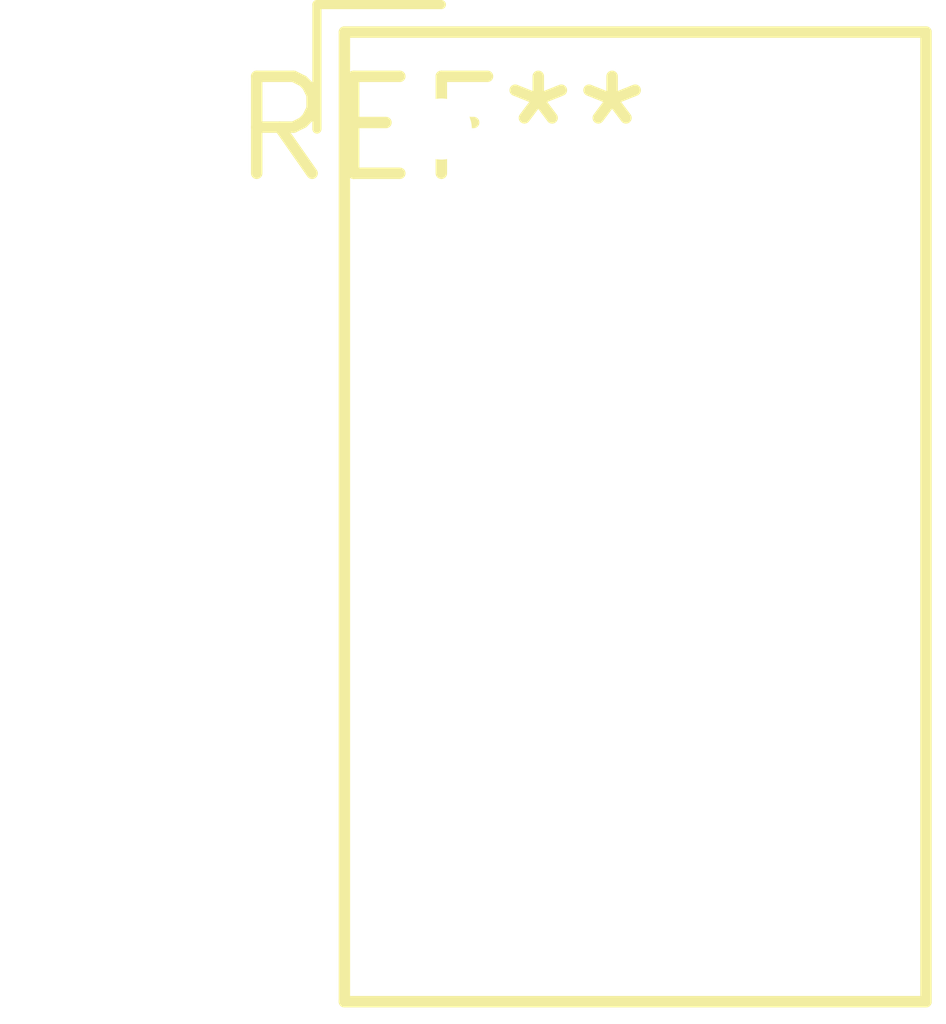
<source format=kicad_pcb>
(kicad_pcb (version 20240108) (generator pcbnew)
  (layers (0 "F.Cu" signal) (31 "B.Cu" signal) (34 "B.Paste" user) (35 "F.Paste" user) (36 "B.SilkS" user "B.Silkscreen") (37 "F.SilkS" user "F.Silkscreen") (38 "B.Mask" user) (39 "F.Mask" user) (44 "Edge.Cuts" user))
  (net 0 "")
  (footprint "HDSP-A151" (layer "F.Cu") (at 0 0)
    (property "Reference" "REF**")
    (property "Value" "HDSP-A151")
    (fp_line (start -1.63 -1.63) (end 0 -1.63) (layer "F.SilkS") (stroke (width 0.12)))
    (fp_line (start -1.63 0) (end -1.63 -1.63) (layer "F.SilkS") (stroke (width 0.12)))
    (fp_line (start -1.27 -1.27) (end -1.27 11.43) (layer "F.SilkS") (stroke (width 0.15)))
    (fp_line (start -1.27 11.43) (end 6.35 11.43) (layer "F.SilkS") (stroke (width 0.15)))
    (fp_line (start 6.35 -1.27) (end -1.27 -1.27) (layer "F.SilkS") (stroke (width 0.15)))
    (fp_line (start 6.35 11.43) (end 6.35 -1.27) (layer "F.SilkS") (stroke (width 0.15)))
    (pad "1" thru_hole rect (at 0 0) (size 1.6 1.6) (drill 0.8) (layers *.Cu *.Mask) (remove_unused_layers))
    (pad "2" thru_hole circle (at 0 2.54) (size 1.6 1.6) (drill 0.8) (layers *.Cu *.Mask) (remove_unused_layers))
    (pad "3" thru_hole circle (at 0 5.08) (size 1.6 1.6) (drill 0.8) (layers *.Cu *.Mask) (remove_unused_layers))
    (pad "4" thru_hole circle (at 0 7.62) (size 1.6 1.6) (drill 0.8) (layers *.Cu *.Mask) (remove_unused_layers))
    (pad "5" thru_hole circle (at 0 10.16) (size 1.6 1.6) (drill 0.8) (layers *.Cu *.Mask) (remove_unused_layers))
    (pad "6" thru_hole circle (at 5.08 10.16) (size 1.6 1.6) (drill 0.8) (layers *.Cu *.Mask) (remove_unused_layers))
    (pad "7" thru_hole circle (at 5.08 7.62) (size 1.6 1.6) (drill 0.8) (layers *.Cu *.Mask) (remove_unused_layers))
    (pad "8" thru_hole circle (at 5.08 5.08) (size 1.6 1.6) (drill 0.8) (layers *.Cu *.Mask) (remove_unused_layers))
    (pad "9" thru_hole circle (at 5.08 2.54) (size 1.6 1.6) (drill 0.8) (layers *.Cu *.Mask) (remove_unused_layers))
    (pad "10" thru_hole circle (at 5.08 0) (size 1.6 1.6) (drill 0.8) (layers *.Cu *.Mask) (remove_unused_layers))
  )
)
</source>
